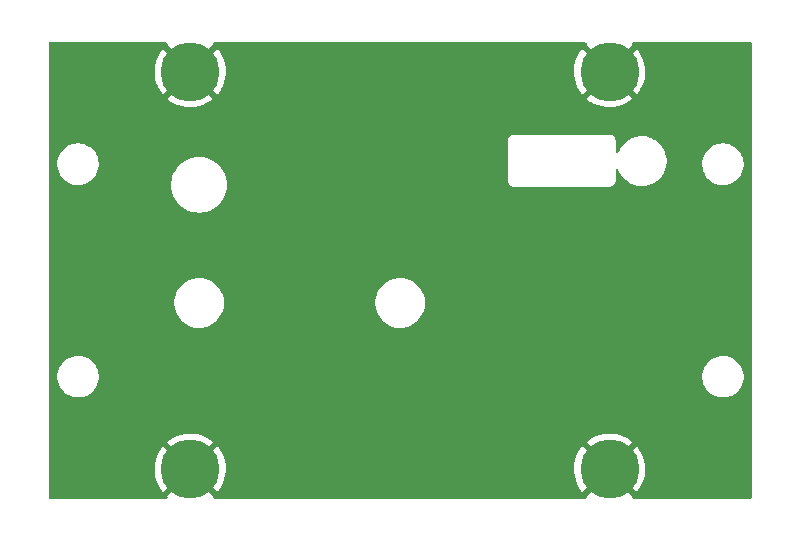
<source format=gbr>
%TF.GenerationSoftware,KiCad,Pcbnew,(6.0.1)*%
%TF.CreationDate,2022-10-21T21:40:06-07:00*%
%TF.ProjectId,DuDadPanel,44754461-6450-4616-9e65-6c2e6b696361,1.2*%
%TF.SameCoordinates,Original*%
%TF.FileFunction,Copper,L1,Top*%
%TF.FilePolarity,Positive*%
%FSLAX46Y46*%
G04 Gerber Fmt 4.6, Leading zero omitted, Abs format (unit mm)*
G04 Created by KiCad (PCBNEW (6.0.1)) date 2022-10-21 21:40:06*
%MOMM*%
%LPD*%
G01*
G04 APERTURE LIST*
%TA.AperFunction,ComponentPad*%
%ADD10C,5.000000*%
%TD*%
G04 APERTURE END LIST*
D10*
%TO.P,H1,1,1*%
%TO.N,GND*%
X62500000Y-45175000D03*
%TD*%
%TO.P,H2,1,1*%
%TO.N,GND*%
X98000000Y-45175000D03*
%TD*%
%TO.P,H3,1,1*%
%TO.N,GND*%
X98000000Y-78825000D03*
%TD*%
%TO.P,H4,1,1*%
%TO.N,GND*%
X62500000Y-78825000D03*
%TD*%
%TA.AperFunction,Conductor*%
%TO.N,GND*%
G36*
X60526390Y-42703002D02*
G01*
X60572883Y-42756658D01*
X60582987Y-42826932D01*
X60564642Y-42873362D01*
X60564576Y-42875069D01*
X60571527Y-42887316D01*
X62487190Y-44802980D01*
X62501131Y-44810592D01*
X62502966Y-44810461D01*
X62509580Y-44806210D01*
X64427074Y-42888716D01*
X64434688Y-42874772D01*
X64434194Y-42867853D01*
X64416038Y-42813944D01*
X64433352Y-42745091D01*
X64485141Y-42696529D01*
X64541941Y-42683000D01*
X95958269Y-42683000D01*
X96026390Y-42703002D01*
X96072883Y-42756658D01*
X96082987Y-42826932D01*
X96064642Y-42873362D01*
X96064576Y-42875069D01*
X96071527Y-42887316D01*
X97987190Y-44802980D01*
X98001131Y-44810592D01*
X98002966Y-44810461D01*
X98009580Y-44806210D01*
X99927074Y-42888716D01*
X99934688Y-42874772D01*
X99934194Y-42867853D01*
X99916038Y-42813944D01*
X99933352Y-42745091D01*
X99985141Y-42696529D01*
X100041941Y-42683000D01*
X109966000Y-42683000D01*
X110034121Y-42703002D01*
X110080614Y-42756658D01*
X110092000Y-42809000D01*
X110092000Y-81191000D01*
X110071998Y-81259121D01*
X110018342Y-81305614D01*
X109966000Y-81317000D01*
X100046799Y-81317000D01*
X99978678Y-81296998D01*
X99932185Y-81243342D01*
X99922081Y-81173068D01*
X99937646Y-81135415D01*
X99938123Y-81128616D01*
X99930537Y-81114748D01*
X98012810Y-79197020D01*
X97998869Y-79189408D01*
X97997034Y-79189539D01*
X97990420Y-79193790D01*
X96071474Y-81112737D01*
X96063860Y-81126681D01*
X96064551Y-81136344D01*
X96081060Y-81188030D01*
X96062669Y-81256603D01*
X96010124Y-81304348D01*
X95955095Y-81317000D01*
X64546799Y-81317000D01*
X64478678Y-81296998D01*
X64432185Y-81243342D01*
X64422081Y-81173068D01*
X64437646Y-81135415D01*
X64438123Y-81128616D01*
X64430537Y-81114748D01*
X62512810Y-79197020D01*
X62498869Y-79189408D01*
X62497034Y-79189539D01*
X62490420Y-79193790D01*
X60571474Y-81112737D01*
X60563860Y-81126681D01*
X60564551Y-81136344D01*
X60581060Y-81188030D01*
X60562669Y-81256603D01*
X60510124Y-81304348D01*
X60455095Y-81317000D01*
X50634000Y-81317000D01*
X50565879Y-81296998D01*
X50519386Y-81243342D01*
X50508000Y-81191000D01*
X50508000Y-78733987D01*
X59488484Y-78733987D01*
X59497374Y-79073505D01*
X59497980Y-79080721D01*
X59545835Y-79416963D01*
X59547269Y-79424074D01*
X59633455Y-79752595D01*
X59635692Y-79759478D01*
X59759064Y-80075914D01*
X59762081Y-80082503D01*
X59921002Y-80382652D01*
X59924761Y-80388860D01*
X60117129Y-80668757D01*
X60121574Y-80674486D01*
X60188743Y-80751484D01*
X60201917Y-80759888D01*
X60211769Y-80754020D01*
X62127980Y-78837810D01*
X62134357Y-78826131D01*
X62864408Y-78826131D01*
X62864539Y-78827966D01*
X62868790Y-78834580D01*
X64786268Y-80752057D01*
X64799622Y-80759349D01*
X64809594Y-80752295D01*
X64916641Y-80624267D01*
X64920957Y-80618456D01*
X65107432Y-80334575D01*
X65111046Y-80328313D01*
X65263658Y-80024882D01*
X65266530Y-80018244D01*
X65383249Y-79699293D01*
X65385345Y-79692351D01*
X65464631Y-79362103D01*
X65465915Y-79354964D01*
X65506816Y-79016973D01*
X65507240Y-79011403D01*
X65513010Y-78827797D01*
X65512937Y-78822204D01*
X65507850Y-78733987D01*
X94988484Y-78733987D01*
X94997374Y-79073505D01*
X94997980Y-79080721D01*
X95045835Y-79416963D01*
X95047269Y-79424074D01*
X95133455Y-79752595D01*
X95135692Y-79759478D01*
X95259064Y-80075914D01*
X95262081Y-80082503D01*
X95421002Y-80382652D01*
X95424761Y-80388860D01*
X95617129Y-80668757D01*
X95621574Y-80674486D01*
X95688743Y-80751484D01*
X95701917Y-80759888D01*
X95711769Y-80754020D01*
X97627980Y-78837810D01*
X97634357Y-78826131D01*
X98364408Y-78826131D01*
X98364539Y-78827966D01*
X98368790Y-78834580D01*
X100286268Y-80752057D01*
X100299622Y-80759349D01*
X100309594Y-80752295D01*
X100416641Y-80624267D01*
X100420957Y-80618456D01*
X100607432Y-80334575D01*
X100611046Y-80328313D01*
X100763658Y-80024882D01*
X100766530Y-80018244D01*
X100883249Y-79699293D01*
X100885345Y-79692351D01*
X100964631Y-79362103D01*
X100965915Y-79354964D01*
X101006816Y-79016973D01*
X101007240Y-79011403D01*
X101013010Y-78827797D01*
X101012937Y-78822204D01*
X100993338Y-78482303D01*
X100992506Y-78475113D01*
X100934113Y-78140529D01*
X100932458Y-78133474D01*
X100835998Y-77807834D01*
X100833540Y-77801006D01*
X100700290Y-77488608D01*
X100697073Y-77482125D01*
X100528788Y-77187089D01*
X100524856Y-77181034D01*
X100323774Y-76907295D01*
X100319166Y-76901726D01*
X100313830Y-76895984D01*
X100300178Y-76887866D01*
X100299570Y-76887887D01*
X100291092Y-76893119D01*
X98372020Y-78812190D01*
X98364408Y-78826131D01*
X97634357Y-78826131D01*
X97635592Y-78823869D01*
X97635461Y-78822034D01*
X97631210Y-78815420D01*
X95712374Y-76896585D01*
X95699581Y-76889599D01*
X95688827Y-76897464D01*
X95528037Y-77102527D01*
X95523902Y-77108476D01*
X95346440Y-77398068D01*
X95343019Y-77404447D01*
X95200016Y-77712522D01*
X95197356Y-77719241D01*
X95090711Y-78041707D01*
X95088834Y-78048711D01*
X95019961Y-78381288D01*
X95018904Y-78388449D01*
X94988712Y-78726735D01*
X94988484Y-78733987D01*
X65507850Y-78733987D01*
X65493338Y-78482303D01*
X65492506Y-78475113D01*
X65434113Y-78140529D01*
X65432458Y-78133474D01*
X65335998Y-77807834D01*
X65333540Y-77801006D01*
X65200290Y-77488608D01*
X65197073Y-77482125D01*
X65028788Y-77187089D01*
X65024856Y-77181034D01*
X64823774Y-76907295D01*
X64819166Y-76901726D01*
X64813830Y-76895984D01*
X64800178Y-76887866D01*
X64799570Y-76887887D01*
X64791092Y-76893119D01*
X62872020Y-78812190D01*
X62864408Y-78826131D01*
X62134357Y-78826131D01*
X62135592Y-78823869D01*
X62135461Y-78822034D01*
X62131210Y-78815420D01*
X60212374Y-76896585D01*
X60199581Y-76889599D01*
X60188827Y-76897464D01*
X60028037Y-77102527D01*
X60023902Y-77108476D01*
X59846440Y-77398068D01*
X59843019Y-77404447D01*
X59700016Y-77712522D01*
X59697356Y-77719241D01*
X59590711Y-78041707D01*
X59588834Y-78048711D01*
X59519961Y-78381288D01*
X59518904Y-78388449D01*
X59488712Y-78726735D01*
X59488484Y-78733987D01*
X50508000Y-78733987D01*
X50508000Y-76526048D01*
X60565132Y-76526048D01*
X60571527Y-76537316D01*
X62487190Y-78452980D01*
X62501131Y-78460592D01*
X62502966Y-78460461D01*
X62509580Y-78456210D01*
X64427074Y-76538716D01*
X64433991Y-76526048D01*
X96065132Y-76526048D01*
X96071527Y-76537316D01*
X97987190Y-78452980D01*
X98001131Y-78460592D01*
X98002966Y-78460461D01*
X98009580Y-78456210D01*
X99927074Y-76538716D01*
X99934466Y-76525179D01*
X99927679Y-76515479D01*
X99824476Y-76427335D01*
X99818704Y-76422953D01*
X99536796Y-76233519D01*
X99530575Y-76229839D01*
X99228757Y-76074060D01*
X99222146Y-76071116D01*
X98904439Y-75951065D01*
X98897513Y-75948894D01*
X98568112Y-75866155D01*
X98561005Y-75864799D01*
X98224278Y-75820468D01*
X98217036Y-75819937D01*
X97877467Y-75814602D01*
X97870205Y-75814906D01*
X97532256Y-75848638D01*
X97525108Y-75849770D01*
X97193263Y-75922124D01*
X97186285Y-75924072D01*
X96864960Y-76034086D01*
X96858253Y-76036823D01*
X96551707Y-76183039D01*
X96545349Y-76186534D01*
X96257654Y-76367005D01*
X96251731Y-76371214D01*
X96073601Y-76513923D01*
X96065132Y-76526048D01*
X64433991Y-76526048D01*
X64434466Y-76525179D01*
X64427679Y-76515479D01*
X64324476Y-76427335D01*
X64318704Y-76422953D01*
X64036796Y-76233519D01*
X64030575Y-76229839D01*
X63728757Y-76074060D01*
X63722146Y-76071116D01*
X63404439Y-75951065D01*
X63397513Y-75948894D01*
X63068112Y-75866155D01*
X63061005Y-75864799D01*
X62724278Y-75820468D01*
X62717036Y-75819937D01*
X62377467Y-75814602D01*
X62370205Y-75814906D01*
X62032256Y-75848638D01*
X62025108Y-75849770D01*
X61693263Y-75922124D01*
X61686285Y-75924072D01*
X61364960Y-76034086D01*
X61358253Y-76036823D01*
X61051707Y-76183039D01*
X61045349Y-76186534D01*
X60757654Y-76367005D01*
X60751731Y-76371214D01*
X60573601Y-76513923D01*
X60565132Y-76526048D01*
X50508000Y-76526048D01*
X50508000Y-71107655D01*
X51239858Y-71107655D01*
X51275104Y-71366638D01*
X51276412Y-71371124D01*
X51276412Y-71371126D01*
X51296098Y-71438664D01*
X51348243Y-71617567D01*
X51457668Y-71854928D01*
X51460231Y-71858837D01*
X51598410Y-72069596D01*
X51598414Y-72069601D01*
X51600976Y-72073509D01*
X51775018Y-72268506D01*
X51975970Y-72435637D01*
X51979973Y-72438066D01*
X52195422Y-72568804D01*
X52195426Y-72568806D01*
X52199419Y-72571229D01*
X52440455Y-72672303D01*
X52693783Y-72736641D01*
X52698434Y-72737109D01*
X52698438Y-72737110D01*
X52891308Y-72756531D01*
X52910867Y-72758500D01*
X53066354Y-72758500D01*
X53068679Y-72758327D01*
X53068685Y-72758327D01*
X53256000Y-72744407D01*
X53256004Y-72744406D01*
X53260652Y-72744061D01*
X53265200Y-72743032D01*
X53265206Y-72743031D01*
X53451601Y-72700853D01*
X53515577Y-72686377D01*
X53551769Y-72672303D01*
X53754824Y-72593340D01*
X53754827Y-72593339D01*
X53759177Y-72591647D01*
X53986098Y-72461951D01*
X54191357Y-72300138D01*
X54370443Y-72109763D01*
X54519424Y-71895009D01*
X54635025Y-71660593D01*
X54714707Y-71411665D01*
X54756721Y-71153693D01*
X54757324Y-71107655D01*
X105839858Y-71107655D01*
X105875104Y-71366638D01*
X105876412Y-71371124D01*
X105876412Y-71371126D01*
X105896098Y-71438664D01*
X105948243Y-71617567D01*
X106057668Y-71854928D01*
X106060231Y-71858837D01*
X106198410Y-72069596D01*
X106198414Y-72069601D01*
X106200976Y-72073509D01*
X106375018Y-72268506D01*
X106575970Y-72435637D01*
X106579973Y-72438066D01*
X106795422Y-72568804D01*
X106795426Y-72568806D01*
X106799419Y-72571229D01*
X107040455Y-72672303D01*
X107293783Y-72736641D01*
X107298434Y-72737109D01*
X107298438Y-72737110D01*
X107491308Y-72756531D01*
X107510867Y-72758500D01*
X107666354Y-72758500D01*
X107668679Y-72758327D01*
X107668685Y-72758327D01*
X107856000Y-72744407D01*
X107856004Y-72744406D01*
X107860652Y-72744061D01*
X107865200Y-72743032D01*
X107865206Y-72743031D01*
X108051601Y-72700853D01*
X108115577Y-72686377D01*
X108151769Y-72672303D01*
X108354824Y-72593340D01*
X108354827Y-72593339D01*
X108359177Y-72591647D01*
X108586098Y-72461951D01*
X108791357Y-72300138D01*
X108970443Y-72109763D01*
X109119424Y-71895009D01*
X109235025Y-71660593D01*
X109314707Y-71411665D01*
X109356721Y-71153693D01*
X109360142Y-70892345D01*
X109324896Y-70633362D01*
X109310473Y-70583877D01*
X109253068Y-70386932D01*
X109251757Y-70382433D01*
X109142332Y-70145072D01*
X109109519Y-70095024D01*
X109001590Y-69930404D01*
X109001586Y-69930399D01*
X108999024Y-69926491D01*
X108824982Y-69731494D01*
X108624030Y-69564363D01*
X108576844Y-69535730D01*
X108404578Y-69431196D01*
X108404574Y-69431194D01*
X108400581Y-69428771D01*
X108159545Y-69327697D01*
X107906217Y-69263359D01*
X107901566Y-69262891D01*
X107901562Y-69262890D01*
X107692271Y-69241816D01*
X107689133Y-69241500D01*
X107533646Y-69241500D01*
X107531321Y-69241673D01*
X107531315Y-69241673D01*
X107344000Y-69255593D01*
X107343996Y-69255594D01*
X107339348Y-69255939D01*
X107334800Y-69256968D01*
X107334794Y-69256969D01*
X107148399Y-69299147D01*
X107084423Y-69313623D01*
X107080071Y-69315315D01*
X107080069Y-69315316D01*
X106845176Y-69406660D01*
X106845173Y-69406661D01*
X106840823Y-69408353D01*
X106613902Y-69538049D01*
X106408643Y-69699862D01*
X106229557Y-69890237D01*
X106080576Y-70104991D01*
X105964975Y-70339407D01*
X105885293Y-70588335D01*
X105843279Y-70846307D01*
X105839858Y-71107655D01*
X54757324Y-71107655D01*
X54760142Y-70892345D01*
X54724896Y-70633362D01*
X54710473Y-70583877D01*
X54653068Y-70386932D01*
X54651757Y-70382433D01*
X54542332Y-70145072D01*
X54509519Y-70095024D01*
X54401590Y-69930404D01*
X54401586Y-69930399D01*
X54399024Y-69926491D01*
X54224982Y-69731494D01*
X54024030Y-69564363D01*
X53976844Y-69535730D01*
X53804578Y-69431196D01*
X53804574Y-69431194D01*
X53800581Y-69428771D01*
X53559545Y-69327697D01*
X53306217Y-69263359D01*
X53301566Y-69262891D01*
X53301562Y-69262890D01*
X53092271Y-69241816D01*
X53089133Y-69241500D01*
X52933646Y-69241500D01*
X52931321Y-69241673D01*
X52931315Y-69241673D01*
X52744000Y-69255593D01*
X52743996Y-69255594D01*
X52739348Y-69255939D01*
X52734800Y-69256968D01*
X52734794Y-69256969D01*
X52548399Y-69299147D01*
X52484423Y-69313623D01*
X52480071Y-69315315D01*
X52480069Y-69315316D01*
X52245176Y-69406660D01*
X52245173Y-69406661D01*
X52240823Y-69408353D01*
X52013902Y-69538049D01*
X51808643Y-69699862D01*
X51629557Y-69890237D01*
X51480576Y-70104991D01*
X51364975Y-70339407D01*
X51285293Y-70588335D01*
X51243279Y-70846307D01*
X51239858Y-71107655D01*
X50508000Y-71107655D01*
X50508000Y-64882703D01*
X61140743Y-64882703D01*
X61178268Y-65167734D01*
X61254129Y-65445036D01*
X61366923Y-65709476D01*
X61514561Y-65956161D01*
X61694313Y-66180528D01*
X61902851Y-66378423D01*
X62136317Y-66546186D01*
X62140112Y-66548195D01*
X62140113Y-66548196D01*
X62161869Y-66559715D01*
X62390392Y-66680712D01*
X62660373Y-66779511D01*
X62941264Y-66840755D01*
X62969841Y-66843004D01*
X63164282Y-66858307D01*
X63164291Y-66858307D01*
X63166739Y-66858500D01*
X63322271Y-66858500D01*
X63324407Y-66858354D01*
X63324418Y-66858354D01*
X63532548Y-66844165D01*
X63532554Y-66844164D01*
X63536825Y-66843873D01*
X63541020Y-66843004D01*
X63541022Y-66843004D01*
X63677583Y-66814724D01*
X63818342Y-66785574D01*
X64089343Y-66689607D01*
X64344812Y-66557750D01*
X64348313Y-66555289D01*
X64348317Y-66555287D01*
X64462417Y-66475096D01*
X64580023Y-66392441D01*
X64790622Y-66196740D01*
X64972713Y-65974268D01*
X65122927Y-65729142D01*
X65238483Y-65465898D01*
X65317244Y-65189406D01*
X65357751Y-64904784D01*
X65357845Y-64886951D01*
X65357867Y-64882703D01*
X78160743Y-64882703D01*
X78198268Y-65167734D01*
X78274129Y-65445036D01*
X78386923Y-65709476D01*
X78534561Y-65956161D01*
X78714313Y-66180528D01*
X78922851Y-66378423D01*
X79156317Y-66546186D01*
X79160112Y-66548195D01*
X79160113Y-66548196D01*
X79181869Y-66559715D01*
X79410392Y-66680712D01*
X79680373Y-66779511D01*
X79961264Y-66840755D01*
X79989841Y-66843004D01*
X80184282Y-66858307D01*
X80184291Y-66858307D01*
X80186739Y-66858500D01*
X80342271Y-66858500D01*
X80344407Y-66858354D01*
X80344418Y-66858354D01*
X80552548Y-66844165D01*
X80552554Y-66844164D01*
X80556825Y-66843873D01*
X80561020Y-66843004D01*
X80561022Y-66843004D01*
X80697583Y-66814724D01*
X80838342Y-66785574D01*
X81109343Y-66689607D01*
X81364812Y-66557750D01*
X81368313Y-66555289D01*
X81368317Y-66555287D01*
X81482417Y-66475096D01*
X81600023Y-66392441D01*
X81810622Y-66196740D01*
X81992713Y-65974268D01*
X82142927Y-65729142D01*
X82258483Y-65465898D01*
X82337244Y-65189406D01*
X82377751Y-64904784D01*
X82377845Y-64886951D01*
X82379235Y-64621583D01*
X82379235Y-64621576D01*
X82379257Y-64617297D01*
X82341732Y-64332266D01*
X82265871Y-64054964D01*
X82153077Y-63790524D01*
X82005439Y-63543839D01*
X81825687Y-63319472D01*
X81617149Y-63121577D01*
X81383683Y-62953814D01*
X81361843Y-62942250D01*
X81338654Y-62929972D01*
X81129608Y-62819288D01*
X80859627Y-62720489D01*
X80578736Y-62659245D01*
X80547685Y-62656801D01*
X80355718Y-62641693D01*
X80355709Y-62641693D01*
X80353261Y-62641500D01*
X80197729Y-62641500D01*
X80195593Y-62641646D01*
X80195582Y-62641646D01*
X79987452Y-62655835D01*
X79987446Y-62655836D01*
X79983175Y-62656127D01*
X79978980Y-62656996D01*
X79978978Y-62656996D01*
X79842417Y-62685276D01*
X79701658Y-62714426D01*
X79430657Y-62810393D01*
X79175188Y-62942250D01*
X79171687Y-62944711D01*
X79171683Y-62944713D01*
X79161594Y-62951804D01*
X78939977Y-63107559D01*
X78729378Y-63303260D01*
X78547287Y-63525732D01*
X78397073Y-63770858D01*
X78281517Y-64034102D01*
X78202756Y-64310594D01*
X78162249Y-64595216D01*
X78162227Y-64599505D01*
X78162226Y-64599512D01*
X78160765Y-64878417D01*
X78160743Y-64882703D01*
X65357867Y-64882703D01*
X65359235Y-64621583D01*
X65359235Y-64621576D01*
X65359257Y-64617297D01*
X65321732Y-64332266D01*
X65245871Y-64054964D01*
X65133077Y-63790524D01*
X64985439Y-63543839D01*
X64805687Y-63319472D01*
X64597149Y-63121577D01*
X64363683Y-62953814D01*
X64341843Y-62942250D01*
X64318654Y-62929972D01*
X64109608Y-62819288D01*
X63839627Y-62720489D01*
X63558736Y-62659245D01*
X63527685Y-62656801D01*
X63335718Y-62641693D01*
X63335709Y-62641693D01*
X63333261Y-62641500D01*
X63177729Y-62641500D01*
X63175593Y-62641646D01*
X63175582Y-62641646D01*
X62967452Y-62655835D01*
X62967446Y-62655836D01*
X62963175Y-62656127D01*
X62958980Y-62656996D01*
X62958978Y-62656996D01*
X62822417Y-62685276D01*
X62681658Y-62714426D01*
X62410657Y-62810393D01*
X62155188Y-62942250D01*
X62151687Y-62944711D01*
X62151683Y-62944713D01*
X62141594Y-62951804D01*
X61919977Y-63107559D01*
X61709378Y-63303260D01*
X61527287Y-63525732D01*
X61377073Y-63770858D01*
X61261517Y-64034102D01*
X61182756Y-64310594D01*
X61142249Y-64595216D01*
X61142227Y-64599505D01*
X61142226Y-64599512D01*
X61140765Y-64878417D01*
X61140743Y-64882703D01*
X50508000Y-64882703D01*
X50508000Y-53107655D01*
X51239858Y-53107655D01*
X51275104Y-53366638D01*
X51276412Y-53371124D01*
X51276412Y-53371126D01*
X51289732Y-53416824D01*
X51348243Y-53617567D01*
X51457668Y-53854928D01*
X51483946Y-53895009D01*
X51598410Y-54069596D01*
X51598414Y-54069601D01*
X51600976Y-54073509D01*
X51775018Y-54268506D01*
X51975970Y-54435637D01*
X51992402Y-54445608D01*
X52195422Y-54568804D01*
X52195426Y-54568806D01*
X52199419Y-54571229D01*
X52440455Y-54672303D01*
X52693783Y-54736641D01*
X52698434Y-54737109D01*
X52698438Y-54737110D01*
X52848112Y-54752181D01*
X52910867Y-54758500D01*
X53066354Y-54758500D01*
X53068679Y-54758327D01*
X53068685Y-54758327D01*
X53180738Y-54750000D01*
X60886439Y-54750000D01*
X60886709Y-54754119D01*
X60896772Y-54907642D01*
X60906660Y-55058507D01*
X60966975Y-55361735D01*
X61066354Y-55654496D01*
X61068177Y-55658192D01*
X61068180Y-55658200D01*
X61178721Y-55882352D01*
X61203096Y-55931780D01*
X61205390Y-55935213D01*
X61205391Y-55935214D01*
X61374861Y-56188845D01*
X61377575Y-56191939D01*
X61377579Y-56191945D01*
X61576001Y-56418201D01*
X61578710Y-56421290D01*
X61581799Y-56423999D01*
X61808055Y-56622421D01*
X61808061Y-56622425D01*
X61811155Y-56625139D01*
X61814581Y-56627428D01*
X61814586Y-56627432D01*
X62064785Y-56794609D01*
X62068220Y-56796904D01*
X62071923Y-56798730D01*
X62341800Y-56931820D01*
X62341808Y-56931823D01*
X62345504Y-56933646D01*
X62349419Y-56934975D01*
X62634358Y-57031699D01*
X62634361Y-57031700D01*
X62638265Y-57033025D01*
X62864961Y-57078117D01*
X62937450Y-57092536D01*
X62937453Y-57092536D01*
X62941493Y-57093340D01*
X62945604Y-57093609D01*
X62945608Y-57093610D01*
X63170737Y-57108366D01*
X63170746Y-57108366D01*
X63172786Y-57108500D01*
X63327214Y-57108500D01*
X63329254Y-57108366D01*
X63329263Y-57108366D01*
X63554392Y-57093610D01*
X63554396Y-57093609D01*
X63558507Y-57093340D01*
X63562547Y-57092536D01*
X63562550Y-57092536D01*
X63635039Y-57078117D01*
X63861735Y-57033025D01*
X63865639Y-57031700D01*
X63865642Y-57031699D01*
X64150581Y-56934975D01*
X64154496Y-56933646D01*
X64158192Y-56931823D01*
X64158200Y-56931820D01*
X64428077Y-56798730D01*
X64431780Y-56796904D01*
X64435215Y-56794609D01*
X64685414Y-56627432D01*
X64685419Y-56627428D01*
X64688845Y-56625139D01*
X64691939Y-56622425D01*
X64691945Y-56622421D01*
X64918201Y-56423999D01*
X64921290Y-56421290D01*
X64923999Y-56418201D01*
X65122421Y-56191945D01*
X65122425Y-56191939D01*
X65125139Y-56188845D01*
X65296904Y-55931781D01*
X65433646Y-55654496D01*
X65533025Y-55361735D01*
X65593340Y-55058507D01*
X65603229Y-54907642D01*
X65613291Y-54754119D01*
X65613561Y-54750000D01*
X65605224Y-54622803D01*
X65595186Y-54469652D01*
X89391524Y-54469652D01*
X89393990Y-54478281D01*
X89393991Y-54478286D01*
X89399639Y-54498048D01*
X89403217Y-54514809D01*
X89406130Y-54535152D01*
X89406133Y-54535162D01*
X89407405Y-54544045D01*
X89418021Y-54567395D01*
X89424464Y-54584907D01*
X89428149Y-54597800D01*
X89431512Y-54609565D01*
X89447274Y-54634548D01*
X89455404Y-54649614D01*
X89467633Y-54676510D01*
X89484374Y-54695939D01*
X89495479Y-54710947D01*
X89509160Y-54732631D01*
X89528827Y-54750000D01*
X89531296Y-54752181D01*
X89543340Y-54764373D01*
X89562619Y-54786747D01*
X89570147Y-54791626D01*
X89570150Y-54791629D01*
X89584139Y-54800696D01*
X89599013Y-54811986D01*
X89618228Y-54828956D01*
X89626354Y-54832771D01*
X89626355Y-54832772D01*
X89632021Y-54835432D01*
X89644966Y-54841510D01*
X89659935Y-54849824D01*
X89684727Y-54865893D01*
X89701650Y-54870954D01*
X89709290Y-54873239D01*
X89726736Y-54879901D01*
X89749948Y-54890799D01*
X89779130Y-54895343D01*
X89795849Y-54899126D01*
X89815536Y-54905014D01*
X89815539Y-54905015D01*
X89824141Y-54907587D01*
X89833116Y-54907642D01*
X89833117Y-54907642D01*
X89839810Y-54907683D01*
X89858556Y-54907797D01*
X89859328Y-54907830D01*
X89860423Y-54908000D01*
X89891298Y-54908000D01*
X89892068Y-54908002D01*
X89965716Y-54908452D01*
X89965717Y-54908452D01*
X89969652Y-54908476D01*
X89970996Y-54908092D01*
X89972341Y-54908000D01*
X97991298Y-54908000D01*
X97992069Y-54908002D01*
X98069652Y-54908476D01*
X98078281Y-54906010D01*
X98078286Y-54906009D01*
X98098048Y-54900361D01*
X98114809Y-54896783D01*
X98135152Y-54893870D01*
X98135162Y-54893867D01*
X98144045Y-54892595D01*
X98167395Y-54881979D01*
X98184907Y-54875536D01*
X98200937Y-54870954D01*
X98209565Y-54868488D01*
X98234548Y-54852726D01*
X98249614Y-54844596D01*
X98276510Y-54832367D01*
X98295939Y-54815626D01*
X98310947Y-54804521D01*
X98325039Y-54795630D01*
X98332631Y-54790840D01*
X98352182Y-54768703D01*
X98364374Y-54756659D01*
X98379949Y-54743239D01*
X98379950Y-54743237D01*
X98386747Y-54737381D01*
X98391626Y-54729853D01*
X98391629Y-54729850D01*
X98400696Y-54715861D01*
X98411986Y-54700987D01*
X98416453Y-54695929D01*
X98428956Y-54681772D01*
X98432863Y-54673452D01*
X98435432Y-54667979D01*
X98441510Y-54655034D01*
X98449824Y-54640065D01*
X98465893Y-54615273D01*
X98473239Y-54590709D01*
X98479901Y-54573264D01*
X98486983Y-54558179D01*
X98490799Y-54550052D01*
X98495343Y-54520870D01*
X98499126Y-54504151D01*
X98505014Y-54484464D01*
X98505015Y-54484461D01*
X98507587Y-54475859D01*
X98507797Y-54441444D01*
X98507830Y-54440672D01*
X98508000Y-54439577D01*
X98508000Y-54408702D01*
X98508002Y-54407932D01*
X98508452Y-54334284D01*
X98508452Y-54334283D01*
X98508476Y-54330348D01*
X98508092Y-54329004D01*
X98508000Y-54327659D01*
X98508000Y-53531438D01*
X98528002Y-53463317D01*
X98581658Y-53416824D01*
X98651932Y-53406720D01*
X98716512Y-53436214D01*
X98749897Y-53482003D01*
X98824177Y-53656148D01*
X98846923Y-53709476D01*
X98858693Y-53729142D01*
X98960262Y-53898851D01*
X98994561Y-53956161D01*
X99174313Y-54180528D01*
X99382851Y-54378423D01*
X99616317Y-54546186D01*
X99620112Y-54548195D01*
X99620113Y-54548196D01*
X99638968Y-54558179D01*
X99870392Y-54680712D01*
X100140373Y-54779511D01*
X100421264Y-54840755D01*
X100430807Y-54841506D01*
X100644282Y-54858307D01*
X100644291Y-54858307D01*
X100646739Y-54858500D01*
X100802271Y-54858500D01*
X100804407Y-54858354D01*
X100804418Y-54858354D01*
X101012548Y-54844165D01*
X101012554Y-54844164D01*
X101016825Y-54843873D01*
X101021020Y-54843004D01*
X101021022Y-54843004D01*
X101272913Y-54790840D01*
X101298342Y-54785574D01*
X101569343Y-54689607D01*
X101730025Y-54606673D01*
X101821005Y-54559715D01*
X101821006Y-54559715D01*
X101824812Y-54557750D01*
X101828313Y-54555289D01*
X101828317Y-54555287D01*
X101961120Y-54461951D01*
X102060023Y-54392441D01*
X102193393Y-54268506D01*
X102267479Y-54199661D01*
X102267481Y-54199658D01*
X102270622Y-54196740D01*
X102452713Y-53974268D01*
X102602927Y-53729142D01*
X102631180Y-53664781D01*
X102716757Y-53469830D01*
X102718483Y-53465898D01*
X102797244Y-53189406D01*
X102808879Y-53107655D01*
X105839858Y-53107655D01*
X105875104Y-53366638D01*
X105876412Y-53371124D01*
X105876412Y-53371126D01*
X105889732Y-53416824D01*
X105948243Y-53617567D01*
X106057668Y-53854928D01*
X106083946Y-53895009D01*
X106198410Y-54069596D01*
X106198414Y-54069601D01*
X106200976Y-54073509D01*
X106375018Y-54268506D01*
X106575970Y-54435637D01*
X106592402Y-54445608D01*
X106795422Y-54568804D01*
X106795426Y-54568806D01*
X106799419Y-54571229D01*
X107040455Y-54672303D01*
X107293783Y-54736641D01*
X107298434Y-54737109D01*
X107298438Y-54737110D01*
X107448112Y-54752181D01*
X107510867Y-54758500D01*
X107666354Y-54758500D01*
X107668679Y-54758327D01*
X107668685Y-54758327D01*
X107856000Y-54744407D01*
X107856004Y-54744406D01*
X107860652Y-54744061D01*
X107865200Y-54743032D01*
X107865206Y-54743031D01*
X108094978Y-54691038D01*
X108115577Y-54686377D01*
X108135316Y-54678701D01*
X108354824Y-54593340D01*
X108354827Y-54593339D01*
X108359177Y-54591647D01*
X108376513Y-54581739D01*
X108458023Y-54535152D01*
X108586098Y-54461951D01*
X108791357Y-54300138D01*
X108970443Y-54109763D01*
X109119424Y-53895009D01*
X109141284Y-53850682D01*
X109232960Y-53664781D01*
X109232961Y-53664778D01*
X109235025Y-53660593D01*
X109314707Y-53411665D01*
X109356721Y-53153693D01*
X109359979Y-52904784D01*
X109360081Y-52897022D01*
X109360081Y-52897019D01*
X109360142Y-52892345D01*
X109324896Y-52633362D01*
X109320214Y-52617297D01*
X109259053Y-52407464D01*
X109251757Y-52382433D01*
X109142332Y-52145072D01*
X109107239Y-52091547D01*
X109001590Y-51930404D01*
X109001586Y-51930399D01*
X108999024Y-51926491D01*
X108824982Y-51731494D01*
X108624030Y-51564363D01*
X108531147Y-51508000D01*
X108404578Y-51431196D01*
X108404574Y-51431194D01*
X108400581Y-51428771D01*
X108159545Y-51327697D01*
X107906217Y-51263359D01*
X107901566Y-51262891D01*
X107901562Y-51262890D01*
X107692271Y-51241816D01*
X107689133Y-51241500D01*
X107533646Y-51241500D01*
X107531321Y-51241673D01*
X107531315Y-51241673D01*
X107344000Y-51255593D01*
X107343996Y-51255594D01*
X107339348Y-51255939D01*
X107334800Y-51256968D01*
X107334794Y-51256969D01*
X107148399Y-51299147D01*
X107084423Y-51313623D01*
X107080071Y-51315315D01*
X107080069Y-51315316D01*
X106845176Y-51406660D01*
X106845173Y-51406661D01*
X106840823Y-51408353D01*
X106613902Y-51538049D01*
X106408643Y-51699862D01*
X106229557Y-51890237D01*
X106080576Y-52104991D01*
X106078510Y-52109181D01*
X106078508Y-52109184D01*
X105968497Y-52332266D01*
X105964975Y-52339407D01*
X105885293Y-52588335D01*
X105843279Y-52846307D01*
X105839858Y-53107655D01*
X102808879Y-53107655D01*
X102837751Y-52904784D01*
X102837817Y-52892345D01*
X102839235Y-52621583D01*
X102839235Y-52621576D01*
X102839257Y-52617297D01*
X102801732Y-52332266D01*
X102725871Y-52054964D01*
X102669583Y-51922999D01*
X102614763Y-51794476D01*
X102614761Y-51794472D01*
X102613077Y-51790524D01*
X102479513Y-51567355D01*
X102467643Y-51547521D01*
X102467640Y-51547517D01*
X102465439Y-51543839D01*
X102285687Y-51319472D01*
X102077149Y-51121577D01*
X101852880Y-50960423D01*
X101847172Y-50956321D01*
X101847171Y-50956320D01*
X101843683Y-50953814D01*
X101821843Y-50942250D01*
X101798654Y-50929972D01*
X101589608Y-50819288D01*
X101401303Y-50750378D01*
X101323658Y-50721964D01*
X101323656Y-50721963D01*
X101319627Y-50720489D01*
X101038736Y-50659245D01*
X101007173Y-50656761D01*
X100815718Y-50641693D01*
X100815709Y-50641693D01*
X100813261Y-50641500D01*
X100657729Y-50641500D01*
X100655593Y-50641646D01*
X100655582Y-50641646D01*
X100447452Y-50655835D01*
X100447446Y-50655836D01*
X100443175Y-50656127D01*
X100438980Y-50656996D01*
X100438978Y-50656996D01*
X100411826Y-50662619D01*
X100161658Y-50714426D01*
X99890657Y-50810393D01*
X99886848Y-50812359D01*
X99686946Y-50915536D01*
X99635188Y-50942250D01*
X99631687Y-50944711D01*
X99631683Y-50944713D01*
X99621594Y-50951804D01*
X99399977Y-51107559D01*
X99384892Y-51121577D01*
X99232317Y-51263359D01*
X99189378Y-51303260D01*
X99007287Y-51525732D01*
X98857073Y-51770858D01*
X98749371Y-52016209D01*
X98703677Y-52070542D01*
X98635859Y-52091547D01*
X98567451Y-52072553D01*
X98520171Y-52019589D01*
X98508000Y-51965561D01*
X98508000Y-51008702D01*
X98508002Y-51007932D01*
X98508317Y-50956321D01*
X98508476Y-50930348D01*
X98506010Y-50921719D01*
X98506009Y-50921714D01*
X98500361Y-50901952D01*
X98496783Y-50885191D01*
X98493870Y-50864848D01*
X98493867Y-50864838D01*
X98492595Y-50855955D01*
X98481979Y-50832605D01*
X98475536Y-50815093D01*
X98470954Y-50799063D01*
X98468488Y-50790435D01*
X98452726Y-50765452D01*
X98444596Y-50750386D01*
X98432367Y-50723490D01*
X98415626Y-50704061D01*
X98404521Y-50689053D01*
X98395630Y-50674961D01*
X98390840Y-50667369D01*
X98368703Y-50647818D01*
X98356659Y-50635626D01*
X98343239Y-50620051D01*
X98343237Y-50620050D01*
X98337381Y-50613253D01*
X98329853Y-50608374D01*
X98329850Y-50608371D01*
X98315861Y-50599304D01*
X98300987Y-50588014D01*
X98288502Y-50576988D01*
X98281772Y-50571044D01*
X98273646Y-50567229D01*
X98273645Y-50567228D01*
X98267979Y-50564568D01*
X98255034Y-50558490D01*
X98240065Y-50550176D01*
X98215273Y-50534107D01*
X98190709Y-50526761D01*
X98173264Y-50520099D01*
X98168827Y-50518016D01*
X98150052Y-50509201D01*
X98120870Y-50504657D01*
X98104151Y-50500874D01*
X98084464Y-50494986D01*
X98084461Y-50494985D01*
X98075859Y-50492413D01*
X98066884Y-50492358D01*
X98066883Y-50492358D01*
X98060190Y-50492317D01*
X98041444Y-50492203D01*
X98040672Y-50492170D01*
X98039577Y-50492000D01*
X98008702Y-50492000D01*
X98007932Y-50491998D01*
X97934284Y-50491548D01*
X97934283Y-50491548D01*
X97930348Y-50491524D01*
X97929004Y-50491908D01*
X97927659Y-50492000D01*
X89908702Y-50492000D01*
X89907932Y-50491998D01*
X89907078Y-50491993D01*
X89830348Y-50491524D01*
X89821719Y-50493990D01*
X89821714Y-50493991D01*
X89801952Y-50499639D01*
X89785191Y-50503217D01*
X89764848Y-50506130D01*
X89764838Y-50506133D01*
X89755955Y-50507405D01*
X89732605Y-50518021D01*
X89715093Y-50524464D01*
X89707057Y-50526761D01*
X89690435Y-50531512D01*
X89665452Y-50547274D01*
X89650386Y-50555404D01*
X89623490Y-50567633D01*
X89604061Y-50584374D01*
X89589053Y-50595479D01*
X89567369Y-50609160D01*
X89561427Y-50615888D01*
X89547819Y-50631296D01*
X89535627Y-50643340D01*
X89513253Y-50662619D01*
X89508374Y-50670147D01*
X89508371Y-50670150D01*
X89499304Y-50684139D01*
X89488014Y-50699013D01*
X89471044Y-50718228D01*
X89458490Y-50744966D01*
X89450176Y-50759935D01*
X89434107Y-50784727D01*
X89431535Y-50793327D01*
X89426761Y-50809290D01*
X89420099Y-50826736D01*
X89409201Y-50849948D01*
X89404658Y-50879128D01*
X89400874Y-50895849D01*
X89394986Y-50915536D01*
X89394985Y-50915539D01*
X89392413Y-50924141D01*
X89392217Y-50956321D01*
X89392203Y-50958546D01*
X89392170Y-50959328D01*
X89392000Y-50960423D01*
X89392000Y-50991298D01*
X89391998Y-50992068D01*
X89391524Y-51069652D01*
X89391908Y-51070996D01*
X89392000Y-51072341D01*
X89392000Y-54391298D01*
X89391998Y-54392068D01*
X89391524Y-54469652D01*
X65595186Y-54469652D01*
X65593610Y-54445608D01*
X65593609Y-54445604D01*
X65593340Y-54441493D01*
X65586730Y-54408259D01*
X65564546Y-54296736D01*
X65533025Y-54138265D01*
X65433646Y-53845504D01*
X65431822Y-53841806D01*
X65431820Y-53841800D01*
X65298730Y-53571923D01*
X65296904Y-53568220D01*
X65294610Y-53564787D01*
X65294609Y-53564785D01*
X65127432Y-53314586D01*
X65127428Y-53314581D01*
X65125139Y-53311155D01*
X65122425Y-53308061D01*
X65122421Y-53308055D01*
X64923999Y-53081799D01*
X64921290Y-53078710D01*
X64918201Y-53076001D01*
X64691945Y-52877579D01*
X64691939Y-52877575D01*
X64688845Y-52874861D01*
X64685419Y-52872572D01*
X64685414Y-52872568D01*
X64435215Y-52705391D01*
X64435213Y-52705390D01*
X64431780Y-52703096D01*
X64299765Y-52637993D01*
X64158200Y-52568180D01*
X64158192Y-52568177D01*
X64154496Y-52566354D01*
X64150581Y-52565025D01*
X63865642Y-52468301D01*
X63865639Y-52468300D01*
X63861735Y-52466975D01*
X63635039Y-52421883D01*
X63562550Y-52407464D01*
X63562547Y-52407464D01*
X63558507Y-52406660D01*
X63554396Y-52406391D01*
X63554392Y-52406390D01*
X63329263Y-52391634D01*
X63329254Y-52391634D01*
X63327214Y-52391500D01*
X63172786Y-52391500D01*
X63170746Y-52391634D01*
X63170737Y-52391634D01*
X62945608Y-52406390D01*
X62945604Y-52406391D01*
X62941493Y-52406660D01*
X62937453Y-52407464D01*
X62937450Y-52407464D01*
X62864961Y-52421883D01*
X62638265Y-52466975D01*
X62634361Y-52468300D01*
X62634358Y-52468301D01*
X62349419Y-52565025D01*
X62345504Y-52566354D01*
X62341808Y-52568177D01*
X62341800Y-52568180D01*
X62200235Y-52637993D01*
X62068220Y-52703096D01*
X62064787Y-52705390D01*
X62064785Y-52705391D01*
X61814586Y-52872568D01*
X61814581Y-52872572D01*
X61811155Y-52874861D01*
X61808061Y-52877575D01*
X61808055Y-52877579D01*
X61581799Y-53076001D01*
X61578710Y-53078710D01*
X61576001Y-53081799D01*
X61377579Y-53308055D01*
X61377575Y-53308061D01*
X61374861Y-53311155D01*
X61372572Y-53314581D01*
X61372568Y-53314586D01*
X61260704Y-53482003D01*
X61203096Y-53568219D01*
X61066354Y-53845504D01*
X61065029Y-53849409D01*
X61065028Y-53849410D01*
X60988957Y-54073509D01*
X60966975Y-54138265D01*
X60935454Y-54296736D01*
X60913271Y-54408259D01*
X60906660Y-54441493D01*
X60906391Y-54445604D01*
X60906390Y-54445608D01*
X60894776Y-54622803D01*
X60886439Y-54750000D01*
X53180738Y-54750000D01*
X53256000Y-54744407D01*
X53256004Y-54744406D01*
X53260652Y-54744061D01*
X53265200Y-54743032D01*
X53265206Y-54743031D01*
X53494978Y-54691038D01*
X53515577Y-54686377D01*
X53535316Y-54678701D01*
X53754824Y-54593340D01*
X53754827Y-54593339D01*
X53759177Y-54591647D01*
X53776513Y-54581739D01*
X53858023Y-54535152D01*
X53986098Y-54461951D01*
X54191357Y-54300138D01*
X54370443Y-54109763D01*
X54519424Y-53895009D01*
X54541284Y-53850682D01*
X54632960Y-53664781D01*
X54632961Y-53664778D01*
X54635025Y-53660593D01*
X54714707Y-53411665D01*
X54756721Y-53153693D01*
X54759979Y-52904784D01*
X54760081Y-52897022D01*
X54760081Y-52897019D01*
X54760142Y-52892345D01*
X54724896Y-52633362D01*
X54720214Y-52617297D01*
X54659053Y-52407464D01*
X54651757Y-52382433D01*
X54542332Y-52145072D01*
X54507239Y-52091547D01*
X54401590Y-51930404D01*
X54401586Y-51930399D01*
X54399024Y-51926491D01*
X54224982Y-51731494D01*
X54024030Y-51564363D01*
X53931147Y-51508000D01*
X53804578Y-51431196D01*
X53804574Y-51431194D01*
X53800581Y-51428771D01*
X53559545Y-51327697D01*
X53306217Y-51263359D01*
X53301566Y-51262891D01*
X53301562Y-51262890D01*
X53092271Y-51241816D01*
X53089133Y-51241500D01*
X52933646Y-51241500D01*
X52931321Y-51241673D01*
X52931315Y-51241673D01*
X52744000Y-51255593D01*
X52743996Y-51255594D01*
X52739348Y-51255939D01*
X52734800Y-51256968D01*
X52734794Y-51256969D01*
X52548399Y-51299147D01*
X52484423Y-51313623D01*
X52480071Y-51315315D01*
X52480069Y-51315316D01*
X52245176Y-51406660D01*
X52245173Y-51406661D01*
X52240823Y-51408353D01*
X52013902Y-51538049D01*
X51808643Y-51699862D01*
X51629557Y-51890237D01*
X51480576Y-52104991D01*
X51478510Y-52109181D01*
X51478508Y-52109184D01*
X51368497Y-52332266D01*
X51364975Y-52339407D01*
X51285293Y-52588335D01*
X51243279Y-52846307D01*
X51239858Y-53107655D01*
X50508000Y-53107655D01*
X50508000Y-47476681D01*
X60563860Y-47476681D01*
X60563878Y-47476933D01*
X60569793Y-47485677D01*
X60601111Y-47514174D01*
X60606748Y-47518738D01*
X60882544Y-47716918D01*
X60888682Y-47720813D01*
X61185435Y-47885984D01*
X61191955Y-47889136D01*
X61505738Y-48019109D01*
X61512589Y-48021495D01*
X61839212Y-48114536D01*
X61846301Y-48116120D01*
X62181465Y-48171006D01*
X62188671Y-48171763D01*
X62527926Y-48187762D01*
X62535176Y-48187686D01*
X62874010Y-48164587D01*
X62881219Y-48163676D01*
X63215160Y-48101784D01*
X63222190Y-48100057D01*
X63546819Y-48000187D01*
X63553597Y-47997667D01*
X63864603Y-47861145D01*
X63871043Y-47857864D01*
X64164293Y-47686502D01*
X64170326Y-47682493D01*
X64428828Y-47488405D01*
X64437282Y-47477078D01*
X64437065Y-47476681D01*
X96063860Y-47476681D01*
X96063878Y-47476933D01*
X96069793Y-47485677D01*
X96101111Y-47514174D01*
X96106748Y-47518738D01*
X96382544Y-47716918D01*
X96388682Y-47720813D01*
X96685435Y-47885984D01*
X96691955Y-47889136D01*
X97005738Y-48019109D01*
X97012589Y-48021495D01*
X97339212Y-48114536D01*
X97346301Y-48116120D01*
X97681465Y-48171006D01*
X97688671Y-48171763D01*
X98027926Y-48187762D01*
X98035176Y-48187686D01*
X98374010Y-48164587D01*
X98381219Y-48163676D01*
X98715160Y-48101784D01*
X98722190Y-48100057D01*
X99046819Y-48000187D01*
X99053597Y-47997667D01*
X99364603Y-47861145D01*
X99371043Y-47857864D01*
X99664293Y-47686502D01*
X99670326Y-47682493D01*
X99928828Y-47488405D01*
X99937282Y-47477078D01*
X99930537Y-47464748D01*
X98012810Y-45547020D01*
X97998869Y-45539408D01*
X97997034Y-45539539D01*
X97990420Y-45543790D01*
X96071474Y-47462737D01*
X96063860Y-47476681D01*
X64437065Y-47476681D01*
X64430537Y-47464748D01*
X62512810Y-45547020D01*
X62498869Y-45539408D01*
X62497034Y-45539539D01*
X62490420Y-45543790D01*
X60571474Y-47462737D01*
X60563860Y-47476681D01*
X50508000Y-47476681D01*
X50508000Y-45083987D01*
X59488484Y-45083987D01*
X59497374Y-45423505D01*
X59497980Y-45430721D01*
X59545835Y-45766963D01*
X59547269Y-45774074D01*
X59633455Y-46102595D01*
X59635692Y-46109478D01*
X59759064Y-46425914D01*
X59762081Y-46432503D01*
X59921002Y-46732652D01*
X59924761Y-46738860D01*
X60117129Y-47018757D01*
X60121574Y-47024486D01*
X60188743Y-47101484D01*
X60201917Y-47109888D01*
X60211769Y-47104020D01*
X62127980Y-45187810D01*
X62134357Y-45176131D01*
X62864408Y-45176131D01*
X62864539Y-45177966D01*
X62868790Y-45184580D01*
X64786268Y-47102057D01*
X64799622Y-47109349D01*
X64809594Y-47102295D01*
X64916641Y-46974267D01*
X64920957Y-46968456D01*
X65107432Y-46684575D01*
X65111046Y-46678313D01*
X65263658Y-46374882D01*
X65266530Y-46368244D01*
X65383249Y-46049293D01*
X65385345Y-46042351D01*
X65464631Y-45712103D01*
X65465915Y-45704964D01*
X65506816Y-45366973D01*
X65507240Y-45361403D01*
X65513010Y-45177797D01*
X65512937Y-45172204D01*
X65507850Y-45083987D01*
X94988484Y-45083987D01*
X94997374Y-45423505D01*
X94997980Y-45430721D01*
X95045835Y-45766963D01*
X95047269Y-45774074D01*
X95133455Y-46102595D01*
X95135692Y-46109478D01*
X95259064Y-46425914D01*
X95262081Y-46432503D01*
X95421002Y-46732652D01*
X95424761Y-46738860D01*
X95617129Y-47018757D01*
X95621574Y-47024486D01*
X95688743Y-47101484D01*
X95701917Y-47109888D01*
X95711769Y-47104020D01*
X97627980Y-45187810D01*
X97634357Y-45176131D01*
X98364408Y-45176131D01*
X98364539Y-45177966D01*
X98368790Y-45184580D01*
X100286268Y-47102057D01*
X100299622Y-47109349D01*
X100309594Y-47102295D01*
X100416641Y-46974267D01*
X100420957Y-46968456D01*
X100607432Y-46684575D01*
X100611046Y-46678313D01*
X100763658Y-46374882D01*
X100766530Y-46368244D01*
X100883249Y-46049293D01*
X100885345Y-46042351D01*
X100964631Y-45712103D01*
X100965915Y-45704964D01*
X101006816Y-45366973D01*
X101007240Y-45361403D01*
X101013010Y-45177797D01*
X101012937Y-45172204D01*
X100993338Y-44832303D01*
X100992506Y-44825113D01*
X100934113Y-44490529D01*
X100932458Y-44483474D01*
X100835998Y-44157834D01*
X100833540Y-44151006D01*
X100700290Y-43838608D01*
X100697073Y-43832125D01*
X100528788Y-43537089D01*
X100524856Y-43531034D01*
X100323774Y-43257295D01*
X100319166Y-43251726D01*
X100313830Y-43245984D01*
X100300178Y-43237866D01*
X100299570Y-43237887D01*
X100291092Y-43243119D01*
X98372020Y-45162190D01*
X98364408Y-45176131D01*
X97634357Y-45176131D01*
X97635592Y-45173869D01*
X97635461Y-45172034D01*
X97631210Y-45165420D01*
X95712374Y-43246585D01*
X95699581Y-43239599D01*
X95688827Y-43247464D01*
X95528037Y-43452527D01*
X95523902Y-43458476D01*
X95346440Y-43748068D01*
X95343019Y-43754447D01*
X95200016Y-44062522D01*
X95197356Y-44069241D01*
X95090711Y-44391707D01*
X95088834Y-44398711D01*
X95019961Y-44731288D01*
X95018904Y-44738449D01*
X94988712Y-45076735D01*
X94988484Y-45083987D01*
X65507850Y-45083987D01*
X65493338Y-44832303D01*
X65492506Y-44825113D01*
X65434113Y-44490529D01*
X65432458Y-44483474D01*
X65335998Y-44157834D01*
X65333540Y-44151006D01*
X65200290Y-43838608D01*
X65197073Y-43832125D01*
X65028788Y-43537089D01*
X65024856Y-43531034D01*
X64823774Y-43257295D01*
X64819166Y-43251726D01*
X64813830Y-43245984D01*
X64800178Y-43237866D01*
X64799570Y-43237887D01*
X64791092Y-43243119D01*
X62872020Y-45162190D01*
X62864408Y-45176131D01*
X62134357Y-45176131D01*
X62135592Y-45173869D01*
X62135461Y-45172034D01*
X62131210Y-45165420D01*
X60212374Y-43246585D01*
X60199581Y-43239599D01*
X60188827Y-43247464D01*
X60028037Y-43452527D01*
X60023902Y-43458476D01*
X59846440Y-43748068D01*
X59843019Y-43754447D01*
X59700016Y-44062522D01*
X59697356Y-44069241D01*
X59590711Y-44391707D01*
X59588834Y-44398711D01*
X59519961Y-44731288D01*
X59518904Y-44738449D01*
X59488712Y-45076735D01*
X59488484Y-45083987D01*
X50508000Y-45083987D01*
X50508000Y-42809000D01*
X50528002Y-42740879D01*
X50581658Y-42694386D01*
X50634000Y-42683000D01*
X60458269Y-42683000D01*
X60526390Y-42703002D01*
G37*
%TD.AperFunction*%
%TD*%
M02*

</source>
